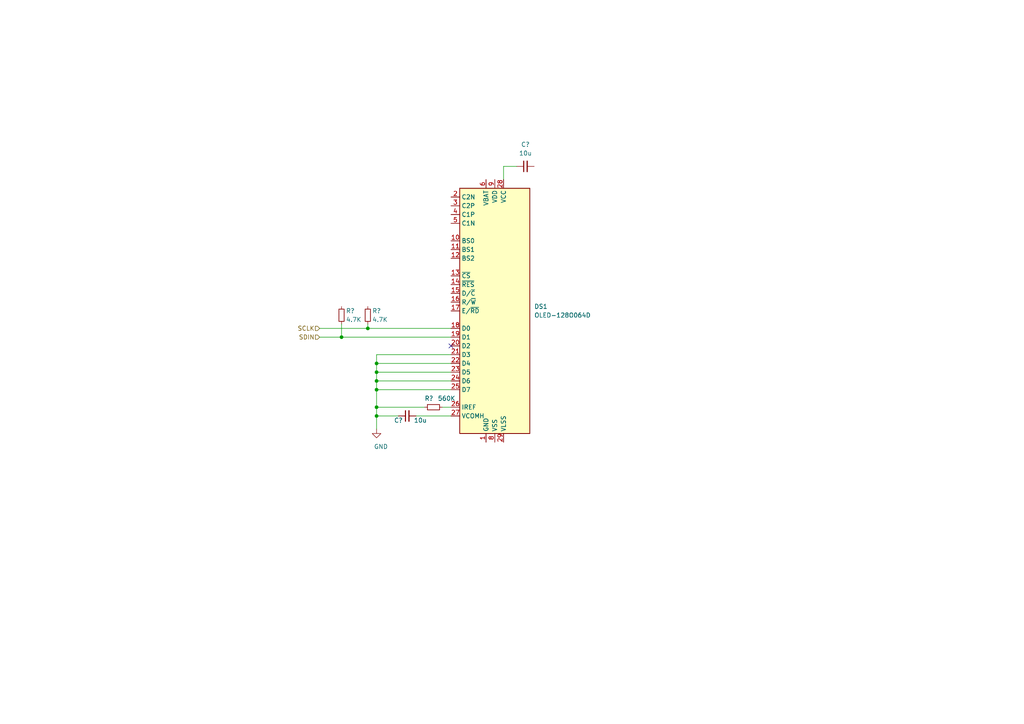
<source format=kicad_sch>
(kicad_sch (version 20210126) (generator eeschema)

  (paper "A4")

  (lib_symbols
    (symbol "Device:C_Small" (pin_numbers hide) (pin_names (offset 0.254) hide) (in_bom yes) (on_board yes)
      (property "Reference" "C" (id 0) (at 0.254 1.778 0)
        (effects (font (size 1.27 1.27)) (justify left))
      )
      (property "Value" "C_Small" (id 1) (at 0.254 -2.032 0)
        (effects (font (size 1.27 1.27)) (justify left))
      )
      (property "Footprint" "" (id 2) (at 0 0 0)
        (effects (font (size 1.27 1.27)) hide)
      )
      (property "Datasheet" "~" (id 3) (at 0 0 0)
        (effects (font (size 1.27 1.27)) hide)
      )
      (property "ki_keywords" "capacitor cap" (id 4) (at 0 0 0)
        (effects (font (size 1.27 1.27)) hide)
      )
      (property "ki_description" "Unpolarized capacitor, small symbol" (id 5) (at 0 0 0)
        (effects (font (size 1.27 1.27)) hide)
      )
      (property "ki_fp_filters" "C_*" (id 6) (at 0 0 0)
        (effects (font (size 1.27 1.27)) hide)
      )
      (symbol "C_Small_0_1"
        (polyline
          (pts
            (xy -1.524 -0.508)
            (xy 1.524 -0.508)
          )
          (stroke (width 0.3302)) (fill (type none))
        )
        (polyline
          (pts
            (xy -1.524 0.508)
            (xy 1.524 0.508)
          )
          (stroke (width 0.3048)) (fill (type none))
        )
      )
      (symbol "C_Small_1_1"
        (pin passive line (at 0 2.54 270) (length 2.032)
          (name "~" (effects (font (size 1.27 1.27))))
          (number "1" (effects (font (size 1.27 1.27))))
        )
        (pin passive line (at 0 -2.54 90) (length 2.032)
          (name "~" (effects (font (size 1.27 1.27))))
          (number "2" (effects (font (size 1.27 1.27))))
        )
      )
    )
    (symbol "Device:R_Small" (pin_numbers hide) (pin_names (offset 0.254) hide) (in_bom yes) (on_board yes)
      (property "Reference" "R" (id 0) (at 0.762 0.508 0)
        (effects (font (size 1.27 1.27)) (justify left))
      )
      (property "Value" "R_Small" (id 1) (at 0.762 -1.016 0)
        (effects (font (size 1.27 1.27)) (justify left))
      )
      (property "Footprint" "" (id 2) (at 0 0 0)
        (effects (font (size 1.27 1.27)) hide)
      )
      (property "Datasheet" "~" (id 3) (at 0 0 0)
        (effects (font (size 1.27 1.27)) hide)
      )
      (property "ki_keywords" "R resistor" (id 4) (at 0 0 0)
        (effects (font (size 1.27 1.27)) hide)
      )
      (property "ki_description" "Resistor, small symbol" (id 5) (at 0 0 0)
        (effects (font (size 1.27 1.27)) hide)
      )
      (property "ki_fp_filters" "R_*" (id 6) (at 0 0 0)
        (effects (font (size 1.27 1.27)) hide)
      )
      (symbol "R_Small_0_1"
        (rectangle (start -0.762 1.778) (end 0.762 -1.778)
          (stroke (width 0.2032)) (fill (type none))
        )
      )
      (symbol "R_Small_1_1"
        (pin passive line (at 0 2.54 270) (length 0.762)
          (name "~" (effects (font (size 1.27 1.27))))
          (number "1" (effects (font (size 1.27 1.27))))
        )
        (pin passive line (at 0 -2.54 90) (length 0.762)
          (name "~" (effects (font (size 1.27 1.27))))
          (number "2" (effects (font (size 1.27 1.27))))
        )
      )
    )
    (symbol "Display_Graphic:OLED-128O064D" (in_bom yes) (on_board yes)
      (property "Reference" "DS" (id 0) (at -10.16 38.1 0)
        (effects (font (size 1.27 1.27)))
      )
      (property "Value" "OLED-128O064D" (id 1) (at 12.7 38.1 0)
        (effects (font (size 1.27 1.27)))
      )
      (property "Footprint" "Display:OLED-128O064D" (id 2) (at 0 0 0)
        (effects (font (size 1.27 1.27)) hide)
      )
      (property "Datasheet" "https://www.vishay.com/docs/37902/oled128o064dbpp3n00000.pdf" (id 3) (at 0 20.32 0)
        (effects (font (size 1.27 1.27)) hide)
      )
      (property "ki_keywords" "display oled" (id 4) (at 0 0 0)
        (effects (font (size 1.27 1.27)) hide)
      )
      (property "ki_description" "OLED display 128x64" (id 5) (at 0 0 0)
        (effects (font (size 1.27 1.27)) hide)
      )
      (property "ki_fp_filters" "OLED?128O064D*" (id 6) (at 0 0 0)
        (effects (font (size 1.27 1.27)) hide)
      )
      (symbol "OLED-128O064D_0_1"
        (rectangle (start -10.16 35.56) (end 10.16 -35.56)
          (stroke (width 0.254)) (fill (type background))
        )
      )
      (symbol "OLED-128O064D_1_1"
        (pin power_in line (at -2.54 -38.1 90) (length 2.54)
          (name "GND" (effects (font (size 1.27 1.27))))
          (number "1" (effects (font (size 1.27 1.27))))
        )
        (pin input line (at -12.7 20.32 0) (length 2.54)
          (name "BS0" (effects (font (size 1.27 1.27))))
          (number "10" (effects (font (size 1.27 1.27))))
        )
        (pin input line (at -12.7 17.78 0) (length 2.54)
          (name "BS1" (effects (font (size 1.27 1.27))))
          (number "11" (effects (font (size 1.27 1.27))))
        )
        (pin input line (at -12.7 15.24 0) (length 2.54)
          (name "BS2" (effects (font (size 1.27 1.27))))
          (number "12" (effects (font (size 1.27 1.27))))
        )
        (pin input line (at -12.7 10.16 0) (length 2.54)
          (name "~CS" (effects (font (size 1.27 1.27))))
          (number "13" (effects (font (size 1.27 1.27))))
        )
        (pin input line (at -12.7 7.62 0) (length 2.54)
          (name "~RES" (effects (font (size 1.27 1.27))))
          (number "14" (effects (font (size 1.27 1.27))))
        )
        (pin input line (at -12.7 5.08 0) (length 2.54)
          (name "D/~C" (effects (font (size 1.27 1.27))))
          (number "15" (effects (font (size 1.27 1.27))))
        )
        (pin input line (at -12.7 2.54 0) (length 2.54)
          (name "R/~W" (effects (font (size 1.27 1.27))))
          (number "16" (effects (font (size 1.27 1.27))))
        )
        (pin input line (at -12.7 0 0) (length 2.54)
          (name "E/~RD" (effects (font (size 1.27 1.27))))
          (number "17" (effects (font (size 1.27 1.27))))
        )
        (pin bidirectional line (at -12.7 -5.08 0) (length 2.54)
          (name "D0" (effects (font (size 1.27 1.27))))
          (number "18" (effects (font (size 1.27 1.27))))
        )
        (pin bidirectional line (at -12.7 -7.62 0) (length 2.54)
          (name "D1" (effects (font (size 1.27 1.27))))
          (number "19" (effects (font (size 1.27 1.27))))
        )
        (pin passive line (at -12.7 33.02 0) (length 2.54)
          (name "C2N" (effects (font (size 1.27 1.27))))
          (number "2" (effects (font (size 1.27 1.27))))
        )
        (pin bidirectional line (at -12.7 -10.16 0) (length 2.54)
          (name "D2" (effects (font (size 1.27 1.27))))
          (number "20" (effects (font (size 1.27 1.27))))
        )
        (pin bidirectional line (at -12.7 -12.7 0) (length 2.54)
          (name "D3" (effects (font (size 1.27 1.27))))
          (number "21" (effects (font (size 1.27 1.27))))
        )
        (pin bidirectional line (at -12.7 -15.24 0) (length 2.54)
          (name "D4" (effects (font (size 1.27 1.27))))
          (number "22" (effects (font (size 1.27 1.27))))
        )
        (pin bidirectional line (at -12.7 -17.78 0) (length 2.54)
          (name "D5" (effects (font (size 1.27 1.27))))
          (number "23" (effects (font (size 1.27 1.27))))
        )
        (pin bidirectional line (at -12.7 -20.32 0) (length 2.54)
          (name "D6" (effects (font (size 1.27 1.27))))
          (number "24" (effects (font (size 1.27 1.27))))
        )
        (pin bidirectional line (at -12.7 -22.86 0) (length 2.54)
          (name "D7" (effects (font (size 1.27 1.27))))
          (number "25" (effects (font (size 1.27 1.27))))
        )
        (pin passive line (at -12.7 -27.94 0) (length 2.54)
          (name "IREF" (effects (font (size 1.27 1.27))))
          (number "26" (effects (font (size 1.27 1.27))))
        )
        (pin passive line (at -12.7 -30.48 0) (length 2.54)
          (name "VCOMH" (effects (font (size 1.27 1.27))))
          (number "27" (effects (font (size 1.27 1.27))))
        )
        (pin power_in line (at 2.54 38.1 270) (length 2.54)
          (name "VCC" (effects (font (size 1.27 1.27))))
          (number "28" (effects (font (size 1.27 1.27))))
        )
        (pin power_in line (at 2.54 -38.1 90) (length 2.54)
          (name "VLSS" (effects (font (size 1.27 1.27))))
          (number "29" (effects (font (size 1.27 1.27))))
        )
        (pin passive line (at -12.7 30.48 0) (length 2.54)
          (name "C2P" (effects (font (size 1.27 1.27))))
          (number "3" (effects (font (size 1.27 1.27))))
        )
        (pin passive line (at -2.54 -38.1 90) (length 2.54) hide
          (name "GND" (effects (font (size 1.27 1.27))))
          (number "30" (effects (font (size 1.27 1.27))))
        )
        (pin passive line (at -12.7 27.94 0) (length 2.54)
          (name "C1P" (effects (font (size 1.27 1.27))))
          (number "4" (effects (font (size 1.27 1.27))))
        )
        (pin passive line (at -12.7 25.4 0) (length 2.54)
          (name "C1N" (effects (font (size 1.27 1.27))))
          (number "5" (effects (font (size 1.27 1.27))))
        )
        (pin power_in line (at -2.54 38.1 270) (length 2.54)
          (name "VBAT" (effects (font (size 1.27 1.27))))
          (number "6" (effects (font (size 1.27 1.27))))
        )
        (pin no_connect line (at 10.16 0 180) (length 2.54) hide
          (name "NC" (effects (font (size 1.27 1.27))))
          (number "7" (effects (font (size 1.27 1.27))))
        )
        (pin power_in line (at 0 -38.1 90) (length 2.54)
          (name "VSS" (effects (font (size 1.27 1.27))))
          (number "8" (effects (font (size 1.27 1.27))))
        )
        (pin power_in line (at 0 38.1 270) (length 2.54)
          (name "VDD" (effects (font (size 1.27 1.27))))
          (number "9" (effects (font (size 1.27 1.27))))
        )
      )
    )
    (symbol "power:GND" (power) (pin_names (offset 0)) (in_bom yes) (on_board yes)
      (property "Reference" "#PWR" (id 0) (at 0 -6.35 0)
        (effects (font (size 1.27 1.27)) hide)
      )
      (property "Value" "GND" (id 1) (at 0 -3.81 0)
        (effects (font (size 1.27 1.27)))
      )
      (property "Footprint" "" (id 2) (at 0 0 0)
        (effects (font (size 1.27 1.27)) hide)
      )
      (property "Datasheet" "" (id 3) (at 0 0 0)
        (effects (font (size 1.27 1.27)) hide)
      )
      (property "ki_keywords" "power-flag" (id 4) (at 0 0 0)
        (effects (font (size 1.27 1.27)) hide)
      )
      (property "ki_description" "Power symbol creates a global label with name \"GND\" , ground" (id 5) (at 0 0 0)
        (effects (font (size 1.27 1.27)) hide)
      )
      (symbol "GND_0_1"
        (polyline
          (pts
            (xy 0 0)
            (xy 0 -1.27)
            (xy 1.27 -1.27)
            (xy 0 -2.54)
            (xy -1.27 -1.27)
            (xy 0 -1.27)
          )
          (stroke (width 0)) (fill (type none))
        )
      )
      (symbol "GND_1_1"
        (pin power_in line (at 0 0 270) (length 0) hide
          (name "GND" (effects (font (size 1.27 1.27))))
          (number "1" (effects (font (size 1.27 1.27))))
        )
      )
    )
  )

  (junction (at 99.06 97.79) (diameter 0.9144) (color 0 0 0 0))
  (junction (at 106.68 95.25) (diameter 0.9144) (color 0 0 0 0))
  (junction (at 109.22 105.41) (diameter 0.9144) (color 0 0 0 0))
  (junction (at 109.22 107.95) (diameter 0.9144) (color 0 0 0 0))
  (junction (at 109.22 110.49) (diameter 0.9144) (color 0 0 0 0))
  (junction (at 109.22 113.03) (diameter 0.9144) (color 0 0 0 0))
  (junction (at 109.22 118.11) (diameter 0.9144) (color 0 0 0 0))
  (junction (at 109.22 120.65) (diameter 0.9144) (color 0 0 0 0))

  (no_connect (at 130.81 100.33) (uuid bd65469e-d2d4-48b3-8541-cb610ffb0d83))

  (wire (pts (xy 92.71 95.25) (xy 106.68 95.25))
    (stroke (width 0) (type solid) (color 0 0 0 0))
    (uuid e7cfe87b-6bc9-415b-bd48-9f995da71f50)
  )
  (wire (pts (xy 92.71 97.79) (xy 99.06 97.79))
    (stroke (width 0) (type solid) (color 0 0 0 0))
    (uuid 20780ea4-af35-46b5-a652-bd4f3d145a5c)
  )
  (wire (pts (xy 99.06 97.79) (xy 99.06 93.98))
    (stroke (width 0) (type solid) (color 0 0 0 0))
    (uuid 550c0758-6124-4be5-9fe2-ebeeef5f7bfb)
  )
  (wire (pts (xy 99.06 97.79) (xy 130.81 97.79))
    (stroke (width 0) (type solid) (color 0 0 0 0))
    (uuid 46ab1577-6af8-448c-9632-81c43f575b4f)
  )
  (wire (pts (xy 106.68 95.25) (xy 106.68 93.98))
    (stroke (width 0) (type solid) (color 0 0 0 0))
    (uuid 5943942f-7b56-4493-a981-ac0b26fbd054)
  )
  (wire (pts (xy 109.22 102.87) (xy 109.22 105.41))
    (stroke (width 0) (type solid) (color 0 0 0 0))
    (uuid 93f60dac-f282-4d70-a45e-78aa04b25894)
  )
  (wire (pts (xy 109.22 102.87) (xy 130.81 102.87))
    (stroke (width 0) (type solid) (color 0 0 0 0))
    (uuid d9a8e8a8-3774-4cfa-be2b-622ed92df335)
  )
  (wire (pts (xy 109.22 105.41) (xy 130.81 105.41))
    (stroke (width 0) (type solid) (color 0 0 0 0))
    (uuid 93f60dac-f282-4d70-a45e-78aa04b25894)
  )
  (wire (pts (xy 109.22 107.95) (xy 109.22 105.41))
    (stroke (width 0) (type solid) (color 0 0 0 0))
    (uuid aca309ea-e3b3-4542-8ced-20ec043f39b2)
  )
  (wire (pts (xy 109.22 110.49) (xy 109.22 107.95))
    (stroke (width 0) (type solid) (color 0 0 0 0))
    (uuid 0b0f4aa3-d8fc-4b76-abc2-c029ed89ae75)
  )
  (wire (pts (xy 109.22 113.03) (xy 109.22 110.49))
    (stroke (width 0) (type solid) (color 0 0 0 0))
    (uuid 3ba358a9-ed19-4233-bc39-e92e41b124c3)
  )
  (wire (pts (xy 109.22 113.03) (xy 109.22 118.11))
    (stroke (width 0) (type solid) (color 0 0 0 0))
    (uuid d48e1109-ab73-4867-9a77-b64132407ed2)
  )
  (wire (pts (xy 109.22 118.11) (xy 109.22 120.65))
    (stroke (width 0) (type solid) (color 0 0 0 0))
    (uuid d48e1109-ab73-4867-9a77-b64132407ed2)
  )
  (wire (pts (xy 109.22 118.11) (xy 123.19 118.11))
    (stroke (width 0) (type solid) (color 0 0 0 0))
    (uuid d5e618aa-696c-4026-ab1a-7fc31b1789fc)
  )
  (wire (pts (xy 109.22 120.65) (xy 109.22 124.46))
    (stroke (width 0) (type solid) (color 0 0 0 0))
    (uuid ad983ec1-bbe1-4534-99c7-35b93266cbf1)
  )
  (wire (pts (xy 109.22 120.65) (xy 115.57 120.65))
    (stroke (width 0) (type solid) (color 0 0 0 0))
    (uuid d48e1109-ab73-4867-9a77-b64132407ed2)
  )
  (wire (pts (xy 120.65 120.65) (xy 130.81 120.65))
    (stroke (width 0) (type solid) (color 0 0 0 0))
    (uuid 5d1d3d91-be71-4223-8ecb-a6ef0796b424)
  )
  (wire (pts (xy 128.27 118.11) (xy 130.81 118.11))
    (stroke (width 0) (type solid) (color 0 0 0 0))
    (uuid 3caf80e4-7c05-4943-b713-0607c610155b)
  )
  (wire (pts (xy 130.81 95.25) (xy 106.68 95.25))
    (stroke (width 0) (type solid) (color 0 0 0 0))
    (uuid 5943942f-7b56-4493-a981-ac0b26fbd054)
  )
  (wire (pts (xy 130.81 107.95) (xy 109.22 107.95))
    (stroke (width 0) (type solid) (color 0 0 0 0))
    (uuid aca309ea-e3b3-4542-8ced-20ec043f39b2)
  )
  (wire (pts (xy 130.81 110.49) (xy 109.22 110.49))
    (stroke (width 0) (type solid) (color 0 0 0 0))
    (uuid 0b0f4aa3-d8fc-4b76-abc2-c029ed89ae75)
  )
  (wire (pts (xy 130.81 113.03) (xy 109.22 113.03))
    (stroke (width 0) (type solid) (color 0 0 0 0))
    (uuid 3ba358a9-ed19-4233-bc39-e92e41b124c3)
  )
  (wire (pts (xy 146.05 48.26) (xy 149.86 48.26))
    (stroke (width 0) (type solid) (color 0 0 0 0))
    (uuid ec17412c-2b14-4aed-a8b8-76cc592f8a4f)
  )
  (wire (pts (xy 146.05 52.07) (xy 146.05 48.26))
    (stroke (width 0) (type solid) (color 0 0 0 0))
    (uuid ec17412c-2b14-4aed-a8b8-76cc592f8a4f)
  )

  (hierarchical_label "SCLK" (shape input) (at 92.71 95.25 180)
    (effects (font (size 1.27 1.27)) (justify right))
    (uuid 20b8988f-3792-4c04-8681-e7e98ed7adde)
  )
  (hierarchical_label "SDIN" (shape input) (at 92.71 97.79 180)
    (effects (font (size 1.27 1.27)) (justify right))
    (uuid b1091d06-20d7-44ee-a88b-b995bedf4bd6)
  )

  (symbol (lib_id "power:GND") (at 109.22 124.46 0) (unit 1)
    (in_bom yes) (on_board yes)
    (uuid 1439e053-4d07-4ed7-9d5e-ecc32572090d)
    (property "Reference" "#PWR?" (id 0) (at 109.22 130.81 0)
      (effects (font (size 1.27 1.27)) hide)
    )
    (property "Value" "GND" (id 1) (at 110.49 129.54 0))
    (property "Footprint" "" (id 2) (at 109.22 124.46 0)
      (effects (font (size 1.27 1.27)) hide)
    )
    (property "Datasheet" "" (id 3) (at 109.22 124.46 0)
      (effects (font (size 1.27 1.27)) hide)
    )
    (pin "1" (uuid fee2e953-4629-4494-ac44-92a2a0035aa6))
  )

  (symbol (lib_id "Device:R_Small") (at 99.06 91.44 0) (unit 1)
    (in_bom yes) (on_board yes)
    (uuid ea5577a4-86b3-4618-9c83-49e85ca41d43)
    (property "Reference" "R?" (id 0) (at 100.33 90.17 0)
      (effects (font (size 1.27 1.27)) (justify left))
    )
    (property "Value" "4.7K" (id 1) (at 100.33 92.71 0)
      (effects (font (size 1.27 1.27)) (justify left))
    )
    (property "Footprint" "" (id 2) (at 99.06 91.44 0)
      (effects (font (size 1.27 1.27)) hide)
    )
    (property "Datasheet" "~" (id 3) (at 99.06 91.44 0)
      (effects (font (size 1.27 1.27)) hide)
    )
    (pin "1" (uuid 2bd54f1c-a71c-4b1b-9590-4f52f7f61361))
    (pin "2" (uuid 26d3021e-f935-4d34-b63f-05735a4065f2))
  )

  (symbol (lib_id "Device:R_Small") (at 106.68 91.44 0) (unit 1)
    (in_bom yes) (on_board yes)
    (uuid 92223d00-11e9-4d64-884d-b5b21dde81df)
    (property "Reference" "R?" (id 0) (at 107.95 90.17 0)
      (effects (font (size 1.27 1.27)) (justify left))
    )
    (property "Value" "4.7K" (id 1) (at 107.95 92.71 0)
      (effects (font (size 1.27 1.27)) (justify left))
    )
    (property "Footprint" "" (id 2) (at 106.68 91.44 0)
      (effects (font (size 1.27 1.27)) hide)
    )
    (property "Datasheet" "~" (id 3) (at 106.68 91.44 0)
      (effects (font (size 1.27 1.27)) hide)
    )
    (pin "1" (uuid 2bd54f1c-a71c-4b1b-9590-4f52f7f61361))
    (pin "2" (uuid 26d3021e-f935-4d34-b63f-05735a4065f2))
  )

  (symbol (lib_id "Device:R_Small") (at 125.73 118.11 90) (unit 1)
    (in_bom yes) (on_board yes)
    (uuid c884fb0b-5045-4f3f-b08d-ab71c8ba18d9)
    (property "Reference" "R?" (id 0) (at 125.73 115.57 90)
      (effects (font (size 1.27 1.27)) (justify left))
    )
    (property "Value" "560K" (id 1) (at 132.08 115.57 90)
      (effects (font (size 1.27 1.27)) (justify left))
    )
    (property "Footprint" "" (id 2) (at 125.73 118.11 0)
      (effects (font (size 1.27 1.27)) hide)
    )
    (property "Datasheet" "~" (id 3) (at 125.73 118.11 0)
      (effects (font (size 1.27 1.27)) hide)
    )
    (pin "1" (uuid 2bd54f1c-a71c-4b1b-9590-4f52f7f61361))
    (pin "2" (uuid 26d3021e-f935-4d34-b63f-05735a4065f2))
  )

  (symbol (lib_id "Device:C_Small") (at 118.11 120.65 90) (unit 1)
    (in_bom yes) (on_board yes)
    (uuid 0cb7368f-b8b1-47bd-b3c2-e367f839f1cf)
    (property "Reference" "C?" (id 0) (at 115.57 121.92 90))
    (property "Value" "10u" (id 1) (at 121.92 121.92 90))
    (property "Footprint" "" (id 2) (at 118.11 120.65 0)
      (effects (font (size 1.27 1.27)) hide)
    )
    (property "Datasheet" "~" (id 3) (at 118.11 120.65 0)
      (effects (font (size 1.27 1.27)) hide)
    )
    (pin "1" (uuid 6f916705-0720-40ef-aa32-84e0adaa8b3a))
    (pin "2" (uuid 70092f10-981f-4940-ad27-0c0e01747365))
  )

  (symbol (lib_id "Device:C_Small") (at 152.4 48.26 90) (unit 1)
    (in_bom yes) (on_board yes)
    (uuid 3285338c-3a3f-4460-b88a-d9aee5b45dda)
    (property "Reference" "C?" (id 0) (at 152.4 41.91 90))
    (property "Value" "10u" (id 1) (at 152.4 44.45 90))
    (property "Footprint" "" (id 2) (at 152.4 48.26 0)
      (effects (font (size 1.27 1.27)) hide)
    )
    (property "Datasheet" "~" (id 3) (at 152.4 48.26 0)
      (effects (font (size 1.27 1.27)) hide)
    )
    (pin "1" (uuid 6f916705-0720-40ef-aa32-84e0adaa8b3a))
    (pin "2" (uuid 70092f10-981f-4940-ad27-0c0e01747365))
  )

  (symbol (lib_id "Display_Graphic:OLED-128O064D") (at 143.51 90.17 0) (unit 1)
    (in_bom yes) (on_board yes)
    (uuid 0630be4a-42b9-4a8f-ac62-21c30f2ed69f)
    (property "Reference" "DS1" (id 0) (at 154.94 88.9 0)
      (effects (font (size 1.27 1.27)) (justify left))
    )
    (property "Value" "OLED-128O064D" (id 1) (at 154.94 91.44 0)
      (effects (font (size 1.27 1.27)) (justify left))
    )
    (property "Footprint" "Display:OLED-128O064D" (id 2) (at 143.51 90.17 0)
      (effects (font (size 1.27 1.27)) hide)
    )
    (property "Datasheet" "https://www.vishay.com/docs/37902/oled128o064dbpp3n00000.pdf" (id 3) (at 143.51 69.85 0)
      (effects (font (size 1.27 1.27)) hide)
    )
    (pin "1" (uuid 456d47e7-988b-4a1d-9fe1-c7ea5fc132b7))
    (pin "10" (uuid 5243b90e-0e1d-4632-a145-23485b7e95e4))
    (pin "11" (uuid 106e577f-ee0f-4947-971f-c02e7c3a8ffa))
    (pin "12" (uuid 16a519c5-9aaf-41b0-9e0d-ef6cf2568ddb))
    (pin "13" (uuid 5a496909-4ad5-403e-9c0d-c914608ac98f))
    (pin "14" (uuid 05ff5a95-d706-44e4-bac6-fc02c325cb5b))
    (pin "15" (uuid 44e861fd-4540-4ec0-b042-8e2f3e1f325a))
    (pin "16" (uuid 5e2248ff-66b7-41a8-82ae-795b04a49c63))
    (pin "17" (uuid 142e64bf-3bcb-4f64-bdee-d797d87c7973))
    (pin "18" (uuid b15cb15c-ce95-4057-9b68-4c3d4e01699a))
    (pin "19" (uuid be2085e6-30af-48be-bfd9-7dcb6d1216f5))
    (pin "2" (uuid bcd4b7ba-2a5d-4e5c-a749-8a1dc2a7e38a))
    (pin "20" (uuid 5784f915-3cdf-4cde-9d93-ae9196e4dec8))
    (pin "21" (uuid 6e3ad034-5875-4ab0-b3fb-87391fdb330e))
    (pin "22" (uuid f0e8dc65-2819-4038-8b22-0cf82bc89814))
    (pin "23" (uuid 38d7549b-17d7-42eb-a51a-44dd049be782))
    (pin "24" (uuid 5d8e87e3-055d-4f93-828e-62e313362ae1))
    (pin "25" (uuid 42e74d1b-4fc1-46ef-948f-51ea8d5aaa5a))
    (pin "26" (uuid bd4f7bf1-2419-457e-b755-1c40da8c82ba))
    (pin "27" (uuid 25e98d0e-cd2f-4e63-9b6b-15c0d83b70c3))
    (pin "28" (uuid 3d883209-dd68-4b33-b7af-84e384de679b))
    (pin "29" (uuid 4db71045-e3f7-4dd0-88a9-bfb905459b7f))
    (pin "3" (uuid 9e9591f7-a7f7-4284-b2ac-bc23e97d20e6))
    (pin "30" (uuid 9c9985ab-cf29-496d-a183-44d6bb6ce223))
    (pin "4" (uuid a5334005-9e95-4e4d-8146-9fbccd727443))
    (pin "5" (uuid 6cf74b48-151b-4ed8-8cfc-9019af4f7388))
    (pin "6" (uuid 0e4f9c99-1183-403d-be8d-2e56365372cc))
    (pin "7" (uuid fb617181-af78-49f1-bbed-8b0befb2ad35))
    (pin "8" (uuid 3d48be92-b585-44e0-b141-29bdb76be6c7))
    (pin "9" (uuid 394d3d62-970b-4ea2-9435-9f54f290d78a))
  )
)

</source>
